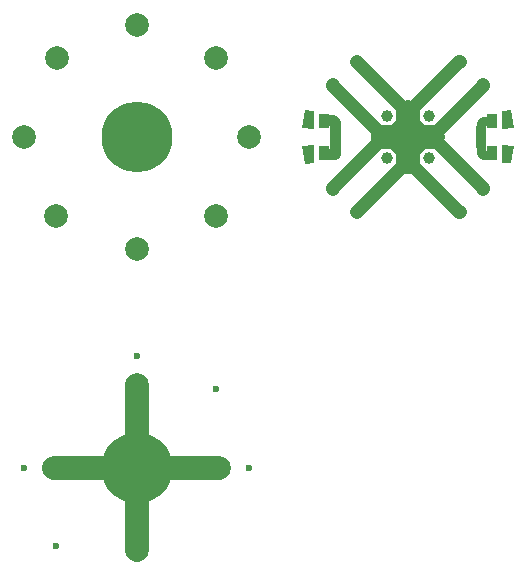
<source format=gbr>
G04 #@! TF.FileFunction,Copper,L1,Top,Signal*
%FSLAX46Y46*%
G04 Gerber Fmt 4.6, Leading zero omitted, Abs format (unit mm)*
G04 Created by KiCad (PCBNEW 4.0.5+dfsg1-4) date Tue Mar 12 13:04:03 2019*
%MOMM*%
%LPD*%
G01*
G04 APERTURE LIST*
%ADD10C,0.100000*%
%ADD11C,6.000000*%
%ADD12C,2.000000*%
%ADD13C,1.000000*%
%ADD14O,0.800000X2.600000*%
%ADD15C,0.900000*%
%ADD16R,0.900000X1.300000*%
%ADD17C,0.600000*%
%ADD18C,0.800000*%
%ADD19C,0.900000*%
%ADD20C,1.200000*%
%ADD21C,2.000000*%
%ADD22C,1.000000*%
G04 APERTURE END LIST*
D10*
D11*
X28000000Y-28000000D03*
D12*
X21275000Y-21325000D03*
X34725000Y-34675000D03*
X28000000Y-37500000D03*
X21200000Y-34650000D03*
X34700000Y-21300000D03*
X28000000Y-18500000D03*
X37500000Y-28000000D03*
X28000000Y-49000000D03*
X21000000Y-56000000D03*
X28000000Y-63000000D03*
X35000000Y-56000000D03*
D11*
X28000000Y-56000000D03*
D13*
X55370711Y-21649390D03*
X57350610Y-23629289D03*
X54858058Y-26157196D03*
X52842804Y-24141942D03*
X52800000Y-29800000D03*
X49200000Y-29800000D03*
X49200000Y-26200000D03*
X52800000Y-26200000D03*
D14*
X57200000Y-28000000D03*
X44800000Y-28000000D03*
D10*
G36*
X51000000Y-25525126D02*
X53474874Y-28000000D01*
X51000000Y-30474874D01*
X48525126Y-28000000D01*
X51000000Y-25525126D01*
X51000000Y-25525126D01*
G37*
G36*
X59994467Y-27221228D02*
X58949301Y-27321866D01*
X58954842Y-25814395D01*
X59701389Y-25742511D01*
X59994467Y-27221228D01*
X59994467Y-27221228D01*
G37*
D15*
X59400000Y-26525000D03*
D12*
X18500000Y-28000000D03*
D10*
G36*
X58949301Y-28653134D02*
X59994467Y-28753772D01*
X59701389Y-30232489D01*
X58954842Y-30160605D01*
X58949301Y-28653134D01*
X58949301Y-28653134D01*
G37*
D15*
X59400000Y-29450000D03*
D10*
G36*
X42005533Y-28778772D02*
X43050699Y-28678134D01*
X43045158Y-30185605D01*
X42298611Y-30257489D01*
X42005533Y-28778772D01*
X42005533Y-28778772D01*
G37*
D15*
X42600000Y-29475000D03*
D10*
G36*
X43050699Y-27321866D02*
X42005533Y-27221228D01*
X42298611Y-25742511D01*
X43045158Y-25814395D01*
X43050699Y-27321866D01*
X43050699Y-27321866D01*
G37*
D15*
X42600000Y-26525000D03*
D16*
X58100000Y-26650000D03*
D15*
X58100000Y-26650000D03*
D16*
X58100000Y-29350000D03*
D15*
X58100000Y-29350000D03*
D16*
X43900000Y-26650000D03*
D15*
X43900000Y-26650000D03*
D16*
X43900000Y-29350000D03*
D15*
X43900000Y-29350000D03*
D13*
X44649390Y-23629289D03*
X46629289Y-21649390D03*
X49157196Y-24141942D03*
X47141942Y-26157196D03*
X57350610Y-32370711D03*
X55370711Y-34350610D03*
X52842804Y-31858058D03*
X54858058Y-29842804D03*
X46629289Y-34350610D03*
X44649390Y-32370711D03*
X47141942Y-29842804D03*
X49157196Y-31858058D03*
D17*
X21200000Y-62650000D03*
X34700000Y-49300000D03*
X18500000Y-56000000D03*
X37500000Y-56000000D03*
X28000000Y-46500000D03*
D18*
X57200000Y-28000000D02*
X57200000Y-29350000D01*
X57350000Y-29500000D02*
X57950000Y-29500000D01*
X57200000Y-29350000D02*
X57350000Y-29500000D01*
X57950000Y-29500000D02*
X58100000Y-29350000D01*
X57200000Y-28000000D02*
X57200000Y-26800000D01*
X57200000Y-26800000D02*
X57350000Y-26650000D01*
X57350000Y-26650000D02*
X58100000Y-26650000D01*
D19*
X43850000Y-29450000D02*
X44800000Y-29450000D01*
X44800000Y-29450000D02*
X44800000Y-28000000D01*
X43875000Y-26550000D02*
X44600000Y-26550000D01*
X44800000Y-26750000D02*
X44800000Y-28000000D01*
X44600000Y-26550000D02*
X44800000Y-26750000D01*
D20*
X44649390Y-32370711D02*
X44649390Y-32335356D01*
X44649390Y-32335356D02*
X48984746Y-28000000D01*
X48984746Y-28000000D02*
X51000000Y-28000000D01*
X44649390Y-23629289D02*
X44649390Y-23664644D01*
X44649390Y-23664644D02*
X48984746Y-28000000D01*
X48984746Y-28000000D02*
X51000000Y-28000000D01*
X46629289Y-34350610D02*
X46664644Y-34350610D01*
X46664644Y-34350610D02*
X51000000Y-30015254D01*
X51000000Y-30015254D02*
X51000000Y-28000000D01*
X55370711Y-34350610D02*
X55335356Y-34350610D01*
X55335356Y-34350610D02*
X51000000Y-30015254D01*
X51000000Y-30015254D02*
X51000000Y-28000000D01*
X57350610Y-32370711D02*
X57350610Y-32335356D01*
X57350610Y-32335356D02*
X53015254Y-28000000D01*
X53015254Y-28000000D02*
X51000000Y-28000000D01*
X57350610Y-23629289D02*
X57350610Y-23664644D01*
X57350610Y-23664644D02*
X53015254Y-28000000D01*
X53015254Y-28000000D02*
X51000000Y-28000000D01*
X46629289Y-21649390D02*
X46664644Y-21649390D01*
X46664644Y-21649390D02*
X51000000Y-25984746D01*
X51000000Y-25984746D02*
X51000000Y-28000000D01*
X55370711Y-21649390D02*
X55335356Y-21649390D01*
X55335356Y-21649390D02*
X51000000Y-25984746D01*
X51000000Y-25984746D02*
X51000000Y-28000000D01*
D21*
X51000000Y-28000000D02*
X51000000Y-30121320D01*
X51000000Y-28000000D02*
X48878680Y-28000000D01*
X51000000Y-28000000D02*
X53121320Y-28000000D01*
X51000000Y-28000000D02*
X51000000Y-25878680D01*
D22*
X53100000Y-28000000D02*
X53121320Y-28000000D01*
X51000000Y-28000000D02*
X53100000Y-28000000D01*
D21*
X28000000Y-56000000D02*
X28000000Y-63000000D01*
X28000000Y-56000000D02*
X21000000Y-56000000D01*
X28000000Y-56000000D02*
X28000000Y-49000000D01*
X28000000Y-56000000D02*
X35000000Y-56000000D01*
M02*

</source>
